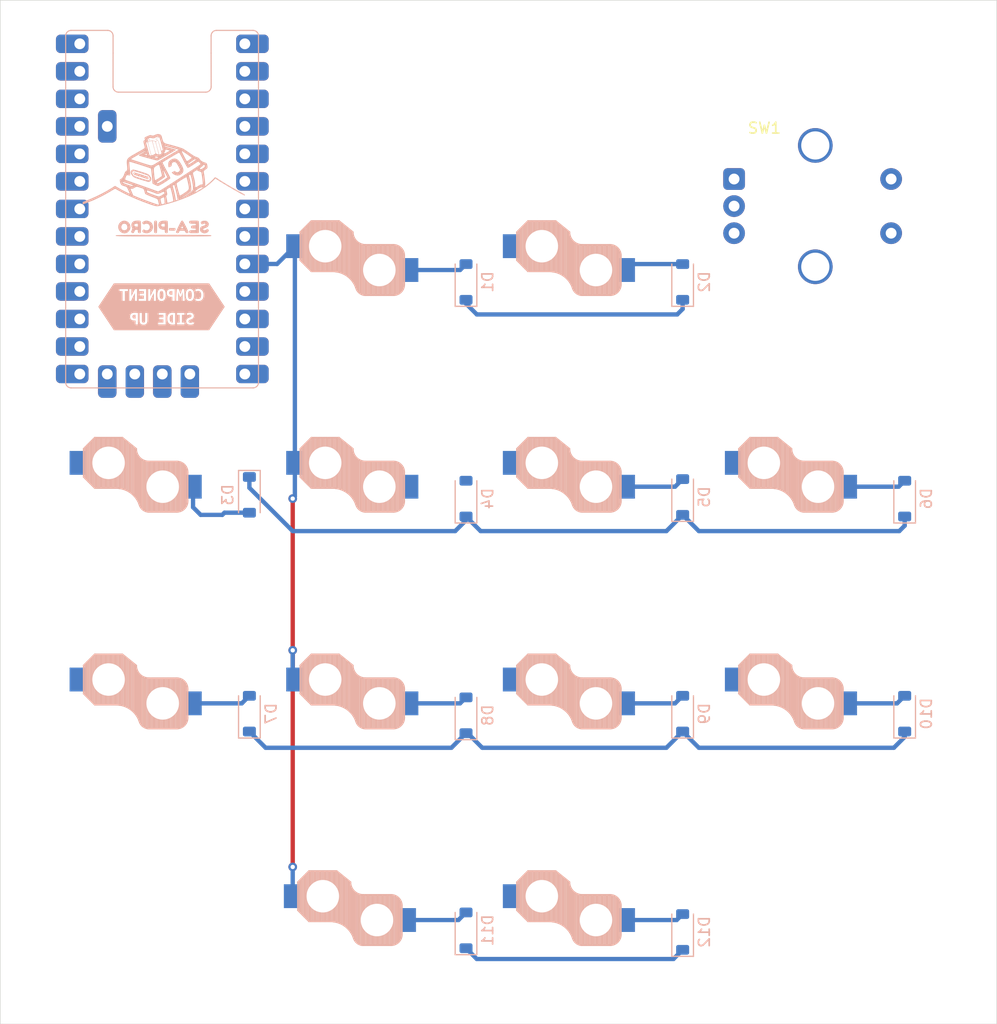
<source format=kicad_pcb>
(kicad_pcb (version 20241229) (generator "pcbnew") (generator_version "9.0")
  (title_block (title "DESIGN_TITLE") (date "2021-04-17") (rev "VER_NO") (company "Josh Johnson"))
  (layers (0 "F.Cu" signal) (2 "B.Cu" signal) (13 "F.Paste" user) (15 "B.Paste" user) (5 "F.SilkS" user "F.Silkscreen") (7 "B.SilkS" user "B.Silkscreen") (1 "F.Mask" user) (3 "B.Mask" user) (25 "Edge.Cuts" user))
  (net 0 "")
  (net 1 "COL2")
  (net 2 "Net-(D1-A)")
  (net 3 "COL3")
  (net 4 "Net-(D2-A)")
  (net 5 "Net-(D3-A)")
  (net 6 "COL1")
  (net 7 "Net-(D4-A)")
  (net 8 "Net-(D5-A)")
  (net 9 "Net-(D6-A)")
  (net 10 "COL4")
  (net 11 "Net-(D7-A)")
  (net 12 "Net-(D8-A)")
  (net 13 "Net-(D9-A)")
  (net 14 "Net-(D10-A)")
  (net 15 "Net-(D11-A)")
  (net 16 "Net-(D12-A)")
  (net 17 "ENCBTN1")
  (net 18 "ENC-COM")
  (net 19 "ENCB")
  (net 20 "ENCA")
  (net 21 "ENCBTN2")
  (net 30 "ROW2")
  (net 32 "ROW3")
  (net 38 "ROW4")
  (net 45 "ROW1")
  (footprint "josh-keyboard:Choc_Hotswap" (layer "F.Cu") (at 130 80)
    (property "Reference" "MX5" (hide yes))
    (property "Value" "MX-NoLED" (hide yes))
    (pad "" np_thru_hole circle (at -5.5 0 90) (size 1.8 1.8) (drill 1.8) (layers "*.Cu" "*.Mask"))
    (pad "" np_thru_hole circle (at -5 3.7 90) (size 3 3) (drill 3) (layers "*.Cu" "*.Mask"))
    (pad "" np_thru_hole circle (at 0 0 90) (size 3.4 3.4) (drill 3.4) (layers "*.Cu" "*.Mask"))
    (pad "" np_thru_hole circle (at 0 5.9 90) (size 3 3) (drill 3) (layers "*.Cu" "*.Mask"))
    (pad "" np_thru_hole circle (at 5.22 -4.2 180) (size 1 1) (drill 1) (layers "*.Cu" "*.Mask"))
    (pad "" np_thru_hole circle (at 5.5 0 90) (size 1.8 1.8) (drill 1.8) (layers "*.Cu" "*.Mask"))
    (pad "1" smd rect (at -7.8 3.7 180) (size 1.6 2.2) (layers "B.Cu" "B.Mask" "B.Paste") (net 3 "COL3"))
    (pad "2" smd rect (at 2.8 5.9 180) (size 1.6 2.2) (layers "B.Cu" "B.Mask" "B.Paste") (net 8 "Net-(D5-A)"))
  )
  (footprint "josh-keyboard:Choc_Hotswap" (layer "F.Cu") (at 150.5 80)
    (property "Reference" "MX6" (hide yes))
    (property "Value" "MX-NoLED" (hide yes))
    (pad "" np_thru_hole circle (at -5.5 0 90) (size 1.8 1.8) (drill 1.8) (layers "*.Cu" "*.Mask"))
    (pad "" np_thru_hole circle (at -5 3.7 90) (size 3 3) (drill 3) (layers "*.Cu" "*.Mask"))
    (pad "" np_thru_hole circle (at 0 0 90) (size 3.4 3.4) (drill 3.4) (layers "*.Cu" "*.Mask"))
    (pad "" np_thru_hole circle (at 0 5.9 90) (size 3 3) (drill 3) (layers "*.Cu" "*.Mask"))
    (pad "" np_thru_hole circle (at 5.22 -4.2 180) (size 1 1) (drill 1) (layers "*.Cu" "*.Mask"))
    (pad "" np_thru_hole circle (at 5.5 0 90) (size 1.8 1.8) (drill 1.8) (layers "*.Cu" "*.Mask"))
    (pad "1" smd rect (at -7.8 3.7 180) (size 1.6 2.2) (layers "B.Cu" "B.Mask" "B.Paste") (net 10 "COL4"))
    (pad "2" smd rect (at 2.8 5.9 180) (size 1.6 2.2) (layers "B.Cu" "B.Mask" "B.Paste") (net 9 "Net-(D6-A)"))
  )
  (footprint "josh-keyboard:Choc_Hotswap" (layer "F.Cu") (at 130 100)
    (property "Reference" "MX9" (hide yes))
    (property "Value" "MX-NoLED" (hide yes))
    (pad "" np_thru_hole circle (at -5.5 0 90) (size 1.8 1.8) (drill 1.8) (layers "*.Cu" "*.Mask"))
    (pad "" np_thru_hole circle (at -5 3.7 90) (size 3 3) (drill 3) (layers "*.Cu" "*.Mask"))
    (pad "" np_thru_hole circle (at 0 0 90) (size 3.4 3.4) (drill 3.4) (layers "*.Cu" "*.Mask"))
    (pad "" np_thru_hole circle (at 0 5.9 90) (size 3 3) (drill 3) (layers "*.Cu" "*.Mask"))
    (pad "" np_thru_hole circle (at 5.22 -4.2 180) (size 1 1) (drill 1) (layers "*.Cu" "*.Mask"))
    (pad "" np_thru_hole circle (at 5.5 0 90) (size 1.8 1.8) (drill 1.8) (layers "*.Cu" "*.Mask"))
    (pad "1" smd rect (at -7.8 3.7 180) (size 1.6 2.2) (layers "B.Cu" "B.Mask" "B.Paste") (net 3 "COL3"))
    (pad "2" smd rect (at 2.8 5.9 180) (size 1.6 2.2) (layers "B.Cu" "B.Mask" "B.Paste") (net 13 "Net-(D9-A)"))
  )
  (footprint "josh-keyboard:Choc_Hotswap" (layer "F.Cu") (at 110 100)
    (property "Reference" "MX8" (hide yes))
    (property "Value" "MX-NoLED" (hide yes))
    (pad "" np_thru_hole circle (at -5.5 0 90) (size 1.8 1.8) (drill 1.8) (layers "*.Cu" "*.Mask"))
    (pad "" np_thru_hole circle (at -5 3.7 90) (size 3 3) (drill 3) (layers "*.Cu" "*.Mask"))
    (pad "" np_thru_hole circle (at 0 0 90) (size 3.4 3.4) (drill 3.4) (layers "*.Cu" "*.Mask"))
    (pad "" np_thru_hole circle (at 0 5.9 90) (size 3 3) (drill 3) (layers "*.Cu" "*.Mask"))
    (pad "" np_thru_hole circle (at 5.22 -4.2 180) (size 1 1) (drill 1) (layers "*.Cu" "*.Mask"))
    (pad "" np_thru_hole circle (at 5.5 0 90) (size 1.8 1.8) (drill 1.8) (layers "*.Cu" "*.Mask"))
    (pad "1" smd rect (at -7.8 3.7 180) (size 1.6 2.2) (layers "B.Cu" "B.Mask" "B.Paste") (net 1 "COL2"))
    (pad "2" smd rect (at 2.8 5.9 180) (size 1.6 2.2) (layers "B.Cu" "B.Mask" "B.Paste") (net 12 "Net-(D8-A)"))
  )
  (footprint "josh-keyboard:Choc_Hotswap" (layer "F.Cu") (at 110 60)
    (property "Reference" "MX1" (hide yes))
    (property "Value" "MX-NoLED" (hide yes))
    (pad "" np_thru_hole circle (at -5.5 0 90) (size 1.8 1.8) (drill 1.8) (layers "*.Cu" "*.Mask"))
    (pad "" np_thru_hole circle (at -5 3.7 90) (size 3 3) (drill 3) (layers "*.Cu" "*.Mask"))
    (pad "" np_thru_hole circle (at 0 0 90) (size 3.4 3.4) (drill 3.4) (layers "*.Cu" "*.Mask"))
    (pad "" np_thru_hole circle (at 0 5.9 90) (size 3 3) (drill 3) (layers "*.Cu" "*.Mask"))
    (pad "" np_thru_hole circle (at 5.22 -4.2 180) (size 1 1) (drill 1) (layers "*.Cu" "*.Mask"))
    (pad "" np_thru_hole circle (at 5.5 0 90) (size 1.8 1.8) (drill 1.8) (layers "*.Cu" "*.Mask"))
    (pad "1" smd rect (at -7.8 3.7 180) (size 1.6 2.2) (layers "B.Cu" "B.Mask" "B.Paste") (net 1 "COL2"))
    (pad "2" smd rect (at 2.8 5.9 180) (size 1.6 2.2) (layers "B.Cu" "B.Mask" "B.Paste") (net 2 "Net-(D1-A)"))
  )
  (footprint "josh-keyboard:Choc_Hotswap" (layer "F.Cu") (at 90 80)
    (property "Reference" "MX3" (hide yes))
    (property "Value" "MX-NoLED" (hide yes))
    (pad "" np_thru_hole circle (at -5.5 0 90) (size 1.8 1.8) (drill 1.8) (layers "*.Cu" "*.Mask"))
    (pad "" np_thru_hole circle (at -5 3.7 90) (size 3 3) (drill 3) (layers "*.Cu" "*.Mask"))
    (pad "" np_thru_hole circle (at 0 0 90) (size 3.4 3.4) (drill 3.4) (layers "*.Cu" "*.Mask"))
    (pad "" np_thru_hole circle (at 0 5.9 90) (size 3 3) (drill 3) (layers "*.Cu" "*.Mask"))
    (pad "" np_thru_hole circle (at 5.22 -4.2 180) (size 1 1) (drill 1) (layers "*.Cu" "*.Mask"))
    (pad "" np_thru_hole circle (at 5.5 0 90) (size 1.8 1.8) (drill 1.8) (layers "*.Cu" "*.Mask"))
    (pad "1" smd rect (at -7.8 3.7 180) (size 1.6 2.2) (layers "B.Cu" "B.Mask" "B.Paste") (net 6 "COL1"))
    (pad "2" smd rect (at 2.8 5.9 180) (size 1.6 2.2) (layers "B.Cu" "B.Mask" "B.Paste") (net 5 "Net-(D3-A)"))
  )
  (footprint "josh-keyboard:Choc_Hotswap" (layer "F.Cu") (at 110 80)
    (property "Reference" "MX4" (hide yes))
    (property "Value" "MX-NoLED" (hide yes))
    (pad "" np_thru_hole circle (at -5.5 0 90) (size 1.8 1.8) (drill 1.8) (layers "*.Cu" "*.Mask"))
    (pad "" np_thru_hole circle (at -5 3.7 90) (size 3 3) (drill 3) (layers "*.Cu" "*.Mask"))
    (pad "" np_thru_hole circle (at 0 0 90) (size 3.4 3.4) (drill 3.4) (layers "*.Cu" "*.Mask"))
    (pad "" np_thru_hole circle (at 0 5.9 90) (size 3 3) (drill 3) (layers "*.Cu" "*.Mask"))
    (pad "" np_thru_hole circle (at 5.22 -4.2 180) (size 1 1) (drill 1) (layers "*.Cu" "*.Mask"))
    (pad "" np_thru_hole circle (at 5.5 0 90) (size 1.8 1.8) (drill 1.8) (layers "*.Cu" "*.Mask"))
    (pad "1" smd rect (at -7.8 3.7 180) (size 1.6 2.2) (layers "B.Cu" "B.Mask" "B.Paste") (net 1 "COL2"))
    (pad "2" smd rect (at 2.8 5.9 180) (size 1.6 2.2) (layers "B.Cu" "B.Mask" "B.Paste") (net 7 "Net-(D4-A)"))
  )
  (footprint "josh-keyboard:Choc_Hotswap" (layer "F.Cu") (at 130 60)
    (property "Reference" "MX2" (hide yes))
    (property "Value" "MX-NoLED" (hide yes))
    (pad "" np_thru_hole circle (at -5.5 0 90) (size 1.8 1.8) (drill 1.8) (layers "*.Cu" "*.Mask"))
    (pad "" np_thru_hole circle (at -5 3.7 90) (size 3 3) (drill 3) (layers "*.Cu" "*.Mask"))
    (pad "" np_thru_hole circle (at 0 0 90) (size 3.4 3.4) (drill 3.4) (layers "*.Cu" "*.Mask"))
    (pad "" np_thru_hole circle (at 0 5.9 90) (size 3 3) (drill 3) (layers "*.Cu" "*.Mask"))
    (pad "" np_thru_hole circle (at 5.22 -4.2 180) (size 1 1) (drill 1) (layers "*.Cu" "*.Mask"))
    (pad "" np_thru_hole circle (at 5.5 0 90) (size 1.8 1.8) (drill 1.8) (layers "*.Cu" "*.Mask"))
    (pad "1" smd rect (at -7.8 3.7 180) (size 1.6 2.2) (layers "B.Cu" "B.Mask" "B.Paste") (net 3 "COL3"))
    (pad "2" smd rect (at 2.8 5.9 180) (size 1.6 2.2) (layers "B.Cu" "B.Mask" "B.Paste") (net 4 "Net-(D2-A)"))
  )
  (footprint "josh-keyboard:Choc_Hotswap" (layer "F.Cu") (at 150.5 100)
    (property "Reference" "MX10" (hide yes))
    (property "Value" "MX-NoLED" (hide yes))
    (pad "" np_thru_hole circle (at -5.5 0 90) (size 1.8 1.8) (drill 1.8) (layers "*.Cu" "*.Mask"))
    (pad "" np_thru_hole circle (at -5 3.7 90) (size 3 3) (drill 3) (layers "*.Cu" "*.Mask"))
    (pad "" np_thru_hole circle (at 0 0 90) (size 3.4 3.4) (drill 3.4) (layers "*.Cu" "*.Mask"))
    (pad "" np_thru_hole circle (at 0 5.9 90) (size 3 3) (drill 3) (layers "*.Cu" "*.Mask"))
    (pad "" np_thru_hole circle (at 5.22 -4.2 180) (size 1 1) (drill 1) (layers "*.Cu" "*.Mask"))
    (pad "" np_thru_hole circle (at 5.5 0 90) (size 1.8 1.8) (drill 1.8) (layers "*.Cu" "*.Mask"))
    (pad "1" smd rect (at -7.8 3.7 180) (size 1.6 2.2) (layers "B.Cu" "B.Mask" "B.Paste") (net 10 "COL4"))
    (pad "2" smd rect (at 2.8 5.9 180) (size 1.6 2.2) (layers "B.Cu" "B.Mask" "B.Paste") (net 14 "Net-(D10-A)"))
  )
  (footprint "josh-buttons-switches:RotaryEncoder_Alps_EC11E" (layer "F.Cu") (at 142.75 57.5)
    (property "Reference" "SW1" (at 2.8 -4.7 0) (layer "F.SilkS"))
    (property "Value" "Encoder_MX_RGB")
    (pad "A" thru_hole roundrect (at 0 0) (size 2 2) (drill 1) (layers "*.Cu" "*.Mask") (roundrect_rratio 0.2) (net 17 "ENCBTN1"))
    (pad "B" thru_hole circle (at 0 5) (size 2 2) (drill 1) (layers "*.Cu" "*.Mask") (net 21 "ENCBTN2"))
    (pad "C" thru_hole circle (at 0 2.5) (size 2 2) (drill 1) (layers "*.Cu" "*.Mask") (net 18 "ENC-COM"))
    (pad "MP" thru_hole circle (at 7.5 -3.1) (size 3.2 3.2) (drill 2.6) (layers "*.Cu" "*.Mask"))
    (pad "MP" thru_hole circle (at 7.5 8.1) (size 3.2 3.2) (drill 2.6) (layers "*.Cu" "*.Mask"))
    (pad "S1" thru_hole circle (at 14.5 5) (size 2 2) (drill 1) (layers "*.Cu" "*.Mask") (net 19 "ENCB"))
    (pad "S2" thru_hole circle (at 14.5 0) (size 2 2) (drill 1) (layers "*.Cu" "*.Mask") (net 20 "ENCA"))
  )
  (footprint "josh-keyboard:Choc_Hotswap" (layer "F.Cu") (at 109.78 120)
    (property "Reference" "MX11" (hide yes))
    (property "Value" "MX-NoLED" (hide yes))
    (pad "" np_thru_hole circle (at -5.5 0 90) (size 1.8 1.8) (drill 1.8) (layers "*.Cu" "*.Mask"))
    (pad "" np_thru_hole circle (at -5 3.7 90) (size 3 3) (drill 3) (layers "*.Cu" "*.Mask"))
    (pad "" np_thru_hole circle (at 0 0 90) (size 3.4 3.4) (drill 3.4) (layers "*.Cu" "*.Mask"))
    (pad "" np_thru_hole circle (at 0 5.9 90) (size 3 3) (drill 3) (layers "*.Cu" "*.Mask"))
    (pad "" np_thru_hole circle (at 5.22 -4.2 180) (size 1 1) (drill 1) (layers "*.Cu" "*.Mask"))
    (pad "" np_thru_hole circle (at 5.5 0 90) (size 1.8 1.8) (drill 1.8) (layers "*.Cu" "*.Mask"))
    (pad "1" smd rect (at -7.8 3.7 180) (size 1.6 2.2) (layers "B.Cu" "B.Mask" "B.Paste") (net 1 "COL2"))
    (pad "2" smd rect (at 2.8 5.9 180) (size 1.6 2.2) (layers "B.Cu" "B.Mask" "B.Paste") (net 15 "Net-(D11-A)"))
  )
  (footprint "josh-keyboard:Choc_Hotswap" (layer "F.Cu") (at 90 100)
    (property "Reference" "MX7" (hide yes))
    (property "Value" "MX-NoLED" (hide yes))
    (pad "" np_thru_hole circle (at -5.5 0 90) (size 1.8 1.8) (drill 1.8) (layers "*.Cu" "*.Mask"))
    (pad "" np_thru_hole circle (at -5 3.7 90) (size 3 3) (drill 3) (layers "*.Cu" "*.Mask"))
    (pad "" np_thru_hole circle (at 0 0 90) (size 3.4 3.4) (drill 3.4) (layers "*.Cu" "*.Mask"))
    (pad "" np_thru_hole circle (at 0 5.9 90) (size 3 3) (drill 3) (layers "*.Cu" "*.Mask"))
    (pad "" np_thru_hole circle (at 5.22 -4.2 180) (size 1 1) (drill 1) (layers "*.Cu" "*.Mask"))
    (pad "" np_thru_hole circle (at 5.5 0 90) (size 1.8 1.8) (drill 1.8) (layers "*.Cu" "*.Mask"))
    (pad "1" smd rect (at -7.8 3.7 180) (size 1.6 2.2) (layers "B.Cu" "B.Mask" "B.Paste") (net 6 "COL1"))
    (pad "2" smd rect (at 2.8 5.9 180) (size 1.6 2.2) (layers "B.Cu" "B.Mask" "B.Paste") (net 11 "Net-(D7-A)"))
  )
  (footprint "josh-keyboard:Choc_Hotswap" (layer "F.Cu") (at 130 120)
    (property "Reference" "MX12" (hide yes))
    (property "Value" "MX-NoLED" (hide yes))
    (pad "" np_thru_hole circle (at -5.5 0 90) (size 1.8 1.8) (drill 1.8) (layers "*.Cu" "*.Mask"))
    (pad "" np_thru_hole circle (at -5 3.7 90) (size 3 3) (drill 3) (layers "*.Cu" "*.Mask"))
    (pad "" np_thru_hole circle (at 0 0 90) (size 3.4 3.4) (drill 3.4) (layers "*.Cu" "*.Mask"))
    (pad "" np_thru_hole circle (at 0 5.9 90) (size 3 3) (drill 3) (layers "*.Cu" "*.Mask"))
    (pad "" np_thru_hole circle (at 5.22 -4.2 180) (size 1 1) (drill 1) (layers "*.Cu" "*.Mask"))
    (pad "" np_thru_hole circle (at 5.5 0 90) (size 1.8 1.8) (drill 1.8) (layers "*.Cu" "*.Mask"))
    (pad "1" smd rect (at -7.8 3.7 180) (size 1.6 2.2) (layers "B.Cu" "B.Mask" "B.Paste") (net 3 "COL3"))
    (pad "2" smd rect (at 2.8 5.9 180) (size 1.6 2.2) (layers "B.Cu" "B.Mask" "B.Paste") (net 16 "Net-(D12-A)"))
  )
  (footprint "josh-passives-smt:D_SOD-123" (layer "B.Cu") (at 118 126.85 90)
    (property "Reference" "D11" (at 0 2 90) (layer "B.SilkS") (effects (justify mirror)))
    (property "Value" "D")
    (pad "1" smd roundrect (at -1.65 0 90) (size 0.9 1.2) (layers "B.Cu" "B.Mask" "B.Paste") (roundrect_rratio 0.2) (net 38 "ROW4"))
    (pad "2" smd roundrect (at 1.65 0 90) (size 0.9 1.2) (layers "B.Cu" "B.Mask" "B.Paste") (roundrect_rratio 0.2) (net 15 "Net-(D11-A)"))
  )
  (footprint "josh-passives-smt:D_SOD-123" (layer "B.Cu") (at 98 86.65 -90)
    (property "Reference" "D3" (at 0 2 90) (layer "B.SilkS") (effects (justify mirror)))
    (property "Value" "D")
    (pad "1" smd roundrect (at -1.65 0 270) (size 0.9 1.2) (layers "B.Cu" "B.Mask" "B.Paste") (roundrect_rratio 0.2) (net 30 "ROW2"))
    (pad "2" smd roundrect (at 1.65 0 270) (size 0.9 1.2) (layers "B.Cu" "B.Mask" "B.Paste") (roundrect_rratio 0.2) (net 5 "Net-(D3-A)"))
  )
  (footprint "josh-passives-smt:D_SOD-123" (layer "B.Cu") (at 118 107 90)
    (property "Reference" "D8" (at 0 2 90) (layer "B.SilkS") (effects (justify mirror)))
    (property "Value" "D")
    (pad "1" smd roundrect (at -1.65 0 90) (size 0.9 1.2) (layers "B.Cu" "B.Mask" "B.Paste") (roundrect_rratio 0.2) (net 32 "ROW3"))
    (pad "2" smd roundrect (at 1.65 0 90) (size 0.9 1.2) (layers "B.Cu" "B.Mask" "B.Paste") (roundrect_rratio 0.2) (net 12 "Net-(D8-A)"))
  )
  (footprint "josh-passives-smt:D_SOD-123" (layer "B.Cu") (at 98 106.85 90)
    (property "Reference" "D7" (at 0 2 90) (layer "B.SilkS") (effects (justify mirror)))
    (property "Value" "D")
    (pad "1" smd roundrect (at -1.65 0 90) (size 0.9 1.2) (layers "B.Cu" "B.Mask" "B.Paste") (roundrect_rratio 0.2) (net 32 "ROW3"))
    (pad "2" smd roundrect (at 1.65 0 90) (size 0.9 1.2) (layers "B.Cu" "B.Mask" "B.Paste") (roundrect_rratio 0.2) (net 11 "Net-(D7-A)"))
  )
  (footprint "josh-module:Sea-Picro_EXT_Module_Castellated" (layer "B.Cu") (at 89.99049 60.26 180)
    (property "Reference" "U1" (hide yes))
    (property "Value" "Sea-Picro")
    (pad "1" thru_hole roundrect (at -7.58951 15.24 180) (size 3 1.7) (drill 1 (offset -0.7 0)) (layers "*.Cu" "*.Mask"))
    (pad "2" thru_hole roundrect (at -7.58951 12.7) (size 3 1.7) (drill 1 (offset 0.7 0)) (layers "*.Cu" "*.Mask"))
    (pad "3" thru_hole roundrect (at -7.58951 10.16) (size 3 1.7) (drill 1 (offset 0.7 0)) (layers "*.Cu" "*.Mask"))
    (pad "4" thru_hole roundrect (at -7.58951 7.62) (size 3 1.7) (drill 1 (offset 0.7 0)) (layers "*.Cu" "*.Mask") (net 18 "ENC-COM"))
    (pad "5" thru_hole roundrect (at -7.58951 5.08) (size 3 1.7) (drill 1 (offset 0.7 0)) (layers "*.Cu" "*.Mask"))
    (pad "6" thru_hole roundrect (at -7.58951 2.54) (size 3 1.7) (drill 1 (offset 0.7 0)) (layers "*.Cu" "*.Mask"))
    (pad "7" thru_hole roundrect (at -7.58951 0) (size 3 1.7) (drill 1 (offset 0.7 0)) (layers "*.Cu" "*.Mask"))
    (pad "8" thru_hole roundrect (at -7.58951 -2.54) (size 3 1.7) (drill 1 (offset 0.7 0)) (layers "*.Cu" "*.Mask") (net 6 "COL1"))
    (pad "9" thru_hole roundrect (at -7.58951 -5.08) (size 3 1.7) (drill 1 (offset 0.7 0)) (layers "*.Cu" "*.Mask") (net 1 "COL2"))
    (pad "10" thru_hole roundrect (at -7.58951 -7.62) (size 3 1.7) (drill 1 (offset 0.7 0)) (layers "*.Cu" "*.Mask") (net 3 "COL3"))
    (pad "11" thru_hole roundrect (at -7.58951 -10.16) (size 3 1.7) (drill 1 (offset 0.7 0)) (layers "*.Cu" "*.Mask") (net 10 "COL4"))
    (pad "12" thru_hole roundrect (at -7.58951 -12.7) (size 3 1.7) (drill 1 (offset 0.7 0)) (layers "*.Cu" "*.Mask") (net 45 "ROW1"))
    (pad "13" thru_hole roundrect (at -7.58951 -15.24) (size 3 1.7) (drill 1 (offset 0.7 0)) (layers "*.Cu" "*.Mask") (net 30 "ROW2"))
    (pad "15" thru_hole roundrect (at -2.50951 -15.24 270) (size 3 1.7) (drill 1 (offset 0.7 0)) (layers "*.Cu" "*.Mask") (net 38 "ROW4"))
    (pad "16" thru_hole roundrect (at 0.03049 -15.24 270) (size 3 1.7) (drill 1 (offset 0.7 0)) (layers "*.Cu" "*.Mask") (net 17 "ENCBTN1"))
    (pad "17" thru_hole roundrect (at 2.57049 -15.24 270) (size 3 1.7) (drill 1 (offset 0.7 0)) (layers "*.Cu" "*.Mask") (net 21 "ENCBTN2"))
    (pad "18" thru_hole roundrect (at 5.11049 -15.24 270) (size 3 1.7) (drill 1 (offset 0.7 0)) (layers "*.Cu" "*.Mask") (net 32 "ROW3"))
    (pad "19" thru_hole roundrect (at 7.65049 -15.24 180) (size 3 1.7) (drill 1 (offset 0.7 0)) (layers "*.Cu" "*.Mask"))
    (pad "20" thru_hole roundrect (at 7.65049 -12.7 180) (size 3 1.7) (drill 1 (offset 0.7 0)) (layers "*.Cu" "*.Mask"))
    (pad "21" thru_hole roundrect (at 7.65049 -10.16 180) (size 3 1.7) (drill 1 (offset 0.7 0)) (layers "*.Cu" "*.Mask"))
    (pad "22" thru_hole roundrect (at 7.65049 -7.62 180) (size 3 1.7) (drill 1 (offset 0.7 0)) (layers "*.Cu" "*.Mask"))
    (pad "23" thru_hole roundrect (at 7.65049 -5.08 180) (size 3 1.7) (drill 1 (offset 0.7 0)) (layers "*.Cu" "*.Mask"))
    (pad "24" thru_hole roundrect (at 7.65049 -2.54 180) (size 3 1.7) (drill 1 (offset 0.7 0)) (layers "*.Cu" "*.Mask"))
    (pad "25" thru_hole roundrect (at 7.65049 0 180) (size 3 1.7) (drill 1 (offset 0.7 0)) (layers "*.Cu" "*.Mask"))
    (pad "26" thru_hole roundrect (at 7.65049 2.54 180) (size 3 1.7) (drill 1 (offset 0.7 0)) (layers "*.Cu" "*.Mask"))
    (pad "27" thru_hole roundrect (at 7.65049 5.08 180) (size 3 1.7) (drill 1 (offset 0.7 0)) (layers "*.Cu" "*.Mask"))
    (pad "28" thru_hole roundrect (at 7.65049 7.62 180) (size 3 1.7) (drill 1 (offset 0.7 0)) (layers "*.Cu" "*.Mask"))
    (pad "29" thru_hole roundrect (at 7.65049 10.16 180) (size 3 1.7) (drill 1 (offset 0.7 0)) (layers "*.Cu" "*.Mask"))
    (pad "30" thru_hole roundrect (at 7.65049 12.7 180) (size 3 1.7) (drill 1 (offset 0.7 0)) (layers "*.Cu" "*.Mask"))
    (pad "31" thru_hole roundrect (at 7.65049 15.24 180) (size 3 1.7) (drill 1 (offset 0.7 0)) (layers "*.Cu" "*.Mask"))
    (pad "32" thru_hole roundrect (at 5.11049 7.62 90) (size 3 1.7) (drill 1) (layers "*.Cu" "*.Mask"))
  )
  (footprint "josh-passives-smt:D_SOD-123" (layer "B.Cu") (at 158.5 106.85 90)
    (property "Reference" "D10" (at 0 2 90) (layer "B.SilkS") (effects (justify mirror)))
    (property "Value" "D")
    (pad "1" smd roundrect (at -1.65 0 90) (size 0.9 1.2) (layers "B.Cu" "B.Mask" "B.Paste") (roundrect_rratio 0.2) (net 32 "ROW3"))
    (pad "2" smd roundrect (at 1.65 0 90) (size 0.9 1.2) (layers "B.Cu" "B.Mask" "B.Paste") (roundrect_rratio 0.2) (net 14 "Net-(D10-A)"))
  )
  (footprint "josh-passives-smt:D_SOD-123" (layer "B.Cu") (at 158.5 87 90)
    (property "Reference" "D6" (at 0 2 90) (layer "B.SilkS") (effects (justify mirror)))
    (property "Value" "D")
    (pad "1" smd roundrect (at -1.65 0 90) (size 0.9 1.2) (layers "B.Cu" "B.Mask" "B.Paste") (roundrect_rratio 0.2) (net 30 "ROW2"))
    (pad "2" smd roundrect (at 1.65 0 90) (size 0.9 1.2) (layers "B.Cu" "B.Mask" "B.Paste") (roundrect_rratio 0.2) (net 9 "Net-(D6-A)"))
  )
  (footprint "josh-passives-smt:D_SOD-123" (layer "B.Cu") (at 138 106.85 90)
    (property "Reference" "D9" (at 0 2 90) (layer "B.SilkS") (effects (justify mirror)))
    (property "Value" "D")
    (pad "1" smd roundrect (at -1.65 0 90) (size 0.9 1.2) (layers "B.Cu" "B.Mask" "B.Paste") (roundrect_rratio 0.2) (net 32 "ROW3"))
    (pad "2" smd roundrect (at 1.65 0 90) (size 0.9 1.2) (layers "B.Cu" "B.Mask" "B.Paste") (roundrect_rratio 0.2) (net 13 "Net-(D9-A)"))
  )
  (footprint "josh-passives-smt:D_SOD-123" (layer "B.Cu") (at 118 67 90)
    (property "Reference" "D1" (at 0 2 90) (layer "B.SilkS") (effects (justify mirror)))
    (property "Value" "D")
    (pad "1" smd roundrect (at -1.65 0 90) (size 0.9 1.2) (layers "B.Cu" "B.Mask" "B.Paste") (roundrect_rratio 0.2) (net 45 "ROW1"))
    (pad "2" smd roundrect (at 1.65 0 90) (size 0.9 1.2) (layers "B.Cu" "B.Mask" "B.Paste") (roundrect_rratio 0.2) (net 2 "Net-(D1-A)"))
  )
  (footprint "josh-passives-smt:D_SOD-123" (layer "B.Cu") (at 118 87 90)
    (property "Reference" "D4" (at 0 2 90) (layer "B.SilkS") (effects (justify mirror)))
    (property "Value" "D")
    (pad "1" smd roundrect (at -1.65 0 90) (size 0.9 1.2) (layers "B.Cu" "B.Mask" "B.Paste") (roundrect_rratio 0.2) (net 30 "ROW2"))
    (pad "2" smd roundrect (at 1.65 0 90) (size 0.9 1.2) (layers "B.Cu" "B.Mask" "B.Paste") (roundrect_rratio 0.2) (net 7 "Net-(D4-A)"))
  )
  (footprint "josh-passives-smt:D_SOD-123" (layer "B.Cu") (at 138 86.85 90)
    (property "Reference" "D5" (at 0 2 90) (layer "B.SilkS") (effects (justify mirror)))
    (property "Value" "D")
    (pad "1" smd roundrect (at -1.65 0 90) (size 0.9 1.2) (layers "B.Cu" "B.Mask" "B.Paste") (roundrect_rratio 0.2) (net 30 "ROW2"))
    (pad "2" smd roundrect (at 1.65 0 90) (size 0.9 1.2) (layers "B.Cu" "B.Mask" "B.Paste") (roundrect_rratio 0.2) (net 8 "Net-(D5-A)"))
  )
  (footprint "josh-passives-smt:D_SOD-123" (layer "B.Cu") (at 138 67 90)
    (property "Reference" "D2" (at 0 2 90) (layer "B.SilkS") (effects (justify mirror)))
    (property "Value" "D")
    (pad "1" smd roundrect (at -1.65 0 90) (size 0.9 1.2) (layers "B.Cu" "B.Mask" "B.Paste") (roundrect_rratio 0.2) (net 45 "ROW1"))
    (pad "2" smd roundrect (at 1.65 0 90) (size 0.9 1.2) (layers "B.Cu" "B.Mask" "B.Paste") (roundrect_rratio 0.2) (net 4 "Net-(D2-A)"))
  )
  (footprint "josh-passives-smt:D_SOD-123" (layer "B.Cu") (at 138 127 90)
    (property "Reference" "D12" (at 0 2 90) (layer "B.SilkS") (effects (justify mirror)))
    (property "Value" "D")
    (pad "1" smd roundrect (at -1.65 0 90) (size 0.9 1.2) (layers "B.Cu" "B.Mask" "B.Paste") (roundrect_rratio 0.2) (net 38 "ROW4"))
    (pad "2" smd roundrect (at 1.65 0 90) (size 0.9 1.2) (layers "B.Cu" "B.Mask" "B.Paste") (roundrect_rratio 0.2) (net 16 "Net-(D12-A)"))
  )
  (gr_rect (start 75 41) (end 167 135.5) (stroke (width 0.05)) (fill no) (layer "Edge.Cuts"))
  (segment (start 102 101) (end 102 121) (width 0.4) (layer "F.Cu") (net 1))
  (segment (start 102 87) (end 102 101) (width 0.4) (layer "F.Cu") (net 1))
  (via (at 102 87) (size 0.8) (drill 0.4) (layers "F.Cu" "B.Cu") (net 1))
  (via (at 102 101) (size 0.8) (drill 0.4) (layers "F.Cu" "B.Cu") (net 1))
  (via (at 102 121) (size 0.8) (drill 0.4) (layers "F.Cu" "B.Cu") (net 1))
  (segment (start 102 123.68) (end 101.98 123.7) (width 0.4) (layer "B.Cu") (net 1))
  (segment (start 100.56 65.34) (end 97.58 65.34) (width 0.4) (layer "B.Cu") (net 1))
  (segment (start 102 101) (end 102 103.5) (width 0.4) (layer "B.Cu") (net 1))
  (segment (start 102 121) (end 102 123.68) (width 0.4) (layer "B.Cu") (net 1))
  (segment (start 102.2 63.7) (end 102.2 83.7) (width 0.4) (layer "B.Cu") (net 1))
  (segment (start 102 103.5) (end 102.2 103.7) (width 0.4) (layer "B.Cu") (net 1))
  (segment (start 102.2 83.7) (end 102.2 86.8) (width 0.4) (layer "B.Cu") (net 1))
  (segment (start 102.2 63.7) (end 100.56 65.34) (width 0.4) (layer "B.Cu") (net 1))
  (segment (start 102.2 86.8) (end 102 87) (width 0.4) (layer "B.Cu") (net 1))
  (segment (start 112.8 65.9) (end 117.45 65.9) (width 0.4) (layer "B.Cu") (net 2))
  (segment (start 117.45 65.9) (end 118 65.35) (width 0.4) (layer "B.Cu") (net 2))
  (segment (start 138 65.35) (end 133.35 65.35) (width 0.4) (layer "B.Cu") (net 4))
  (segment (start 133.35 65.35) (end 132.8 65.9) (width 0.4) (layer "B.Cu") (net 4))
  (segment (start 95.7 88.3) (end 95.5 88.5) (width 0.4) (layer "B.Cu") (net 5))
  (segment (start 92.8 87.8) (end 93.5 88.5) (width 0.4) (layer "B.Cu") (net 5))
  (segment (start 93.5 88.5) (end 95.5 88.5) (width 0.4) (layer "B.Cu") (net 5))
  (segment (start 92.8 85.9) (end 92.8 87.8) (width 0.4) (layer "B.Cu") (net 5))
  (segment (start 98 88.3) (end 95.7 88.3) (width 0.4) (layer "B.Cu") (net 5))
  (segment (start 137.3 85.9) (end 138 85.2) (width 0.4) (layer "B.Cu") (net 8))
  (segment (start 132.8 85.9) (end 137.3 85.9) (width 0.4) (layer "B.Cu") (net 8))
  (segment (start 157.95 85.9) (end 158.5 85.35) (width 0.4) (layer "B.Cu") (net 9))
  (segment (start 153.3 85.9) (end 157.95 85.9) (width 0.4) (layer "B.Cu") (net 9))
  (segment (start 92.8 105.9) (end 97.3 105.9) (width 0.4) (layer "B.Cu") (net 11))
  (segment (start 97.3 105.9) (end 98 105.2) (width 0.4) (layer "B.Cu") (net 11))
  (segment (start 117.45 105.9) (end 118 105.35) (width 0.4) (layer "B.Cu") (net 12))
  (segment (start 112.8 105.9) (end 117.45 105.9) (width 0.4) (layer "B.Cu") (net 12))
  (segment (start 137.3 105.9) (end 138 105.2) (width 0.4) (layer "B.Cu") (net 13))
  (segment (start 132.8 105.9) (end 137.3 105.9) (width 0.4) (layer "B.Cu") (net 13))
  (segment (start 153.3 105.9) (end 157.8 105.9) (width 0.4) (layer "B.Cu") (net 14))
  (segment (start 157.8 105.9) (end 158.5 105.2) (width 0.4) (layer "B.Cu") (net 14))
  (segment (start 112.58 125.9) (end 117.3 125.9) (width 0.4) (layer "B.Cu") (net 15))
  (segment (start 117.3 125.9) (end 118 125.2) (width 0.4) (layer "B.Cu") (net 15))
  (segment (start 132.8 125.9) (end 137.45 125.9) (width 0.4) (layer "B.Cu") (net 16))
  (segment (start 137.45 125.9) (end 138 125.35) (width 0.4) (layer "B.Cu") (net 16))
  (segment (start 158 90) (end 158.5 89.5) (width 0.4) (layer "B.Cu") (net 30))
  (segment (start 119.35 90) (end 136.5 90) (width 0.4) (layer "B.Cu") (net 30))
  (segment (start 138 88.5) (end 139.5 90) (width 0.4) (layer "B.Cu") (net 30))
  (segment (start 98 86) (end 102 90) (width 0.4) (layer "B.Cu") (net 30))
  (segment (start 102 90) (end 117 90) (width 0.4) (layer "B.Cu") (net 30))
  (segment (start 98 85) (end 98 86) (width 0.4) (layer "B.Cu") (net 30))
  (segment (start 139.5 90) (end 158 90) (width 0.4) (layer "B.Cu") (net 30))
  (segment (start 118 89) (end 118 88.65) (width 0.4) (layer "B.Cu") (net 30))
  (segment (start 136.5 90) (end 138 88.5) (width 0.4) (layer "B.Cu") (net 30))
  (segment (start 158.5 89.5) (end 158.5 88.65) (width 0.4) (layer "B.Cu") (net 30))
  (segment (start 118 88.65) (end 119.35 90) (width 0.4) (layer "B.Cu") (net 30))
  (segment (start 117 90) (end 118 89) (width 0.4) (layer "B.Cu") (net 30))
  (segment (start 118.15 108.65) (end 119.5 110) (width 0.4) (layer "B.Cu") (net 32))
  (segment (start 158.5 109) (end 158.5 108.5) (width 0.4) (layer "B.Cu") (net 32))
  (segment (start 157.5 110) (end 158.5 109) (width 0.4) (layer "B.Cu") (net 32))
  (segment (start 98 108.5) (end 99.5 110) (width 0.4) (layer "B.Cu") (net 32))
  (segment (start 138 108.5) (end 139.5 110) (width 0.4) (layer "B.Cu") (net 32))
  (segment (start 118 108.65) (end 118.15 108.65) (width 0.4) (layer "B.Cu") (net 32))
  (segment (start 136.5 110) (end 138 108.5) (width 0.4) (layer "B.Cu") (net 32))
  (segment (start 99.5 110) (end 116.65 110) (width 0.4) (layer "B.Cu") (net 32))
  (segment (start 119.5 110) (end 136.5 110) (width 0.4) (layer "B.Cu") (net 32))
  (segment (start 116.65 110) (end 118 108.65) (width 0.4) (layer "B.Cu") (net 32))
  (segment (start 139.5 110) (end 157.5 110) (width 0.4) (layer "B.Cu") (net 32))
  (segment (start 118 128.5) (end 119 129.5) (width 0.4) (layer "B.Cu") (net 38))
  (segment (start 137.15 129.5) (end 138 128.65) (width 0.4) (layer "B.Cu") (net 38))
  (segment (start 119 129.5) (end 137.15 129.5) (width 0.4) (layer "B.Cu") (net 38))
  (segment (start 118 68.65) (end 118 69) (width 0.4) (layer "B.Cu") (net 45))
  (segment (start 138 69.5) (end 138 68.65) (width 0.4) (layer "B.Cu") (net 45))
  (segment (start 137.5 70) (end 138 69.5) (width 0.4) (layer "B.Cu") (net 45))
  (segment (start 119 70) (end 137.5 70) (width 0.4) (layer "B.Cu") (net 45))
  (segment (start 118 69) (end 119 70) (width 0.4) (layer "B.Cu") (net 45))
)
</source>
